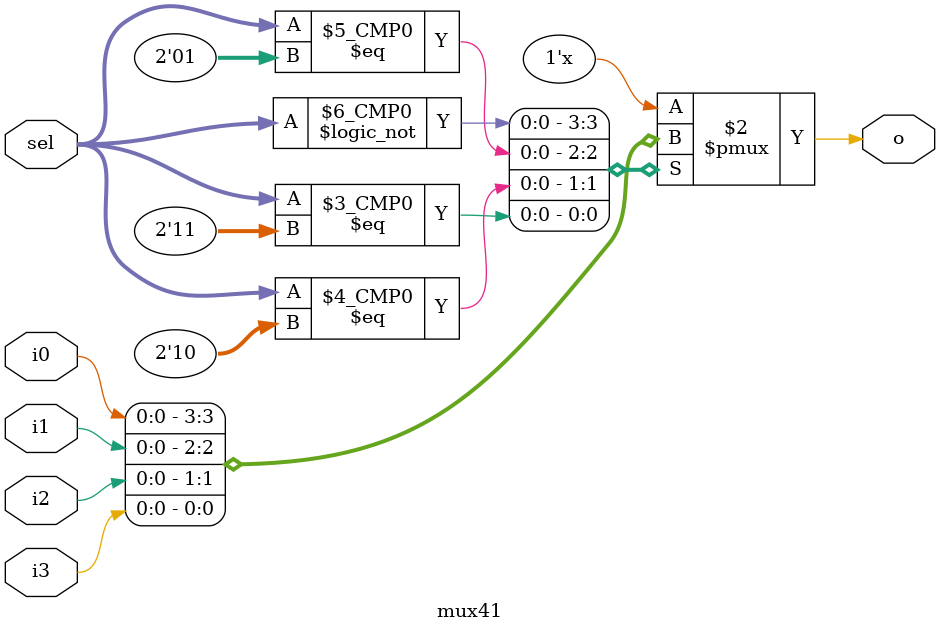
<source format=v>
module mux41(i0,i1,i2,i3,sel,o);
input i0,i1,i2,i3;
input [1:0]sel;
output reg o;

always @ (*) begin
case(sel)
2'd0:o=i0;
2'd1:o=i1;
2'd2:o=i2;
2'd3:o=i3;
default:;
endcase
end

endmodule

</source>
